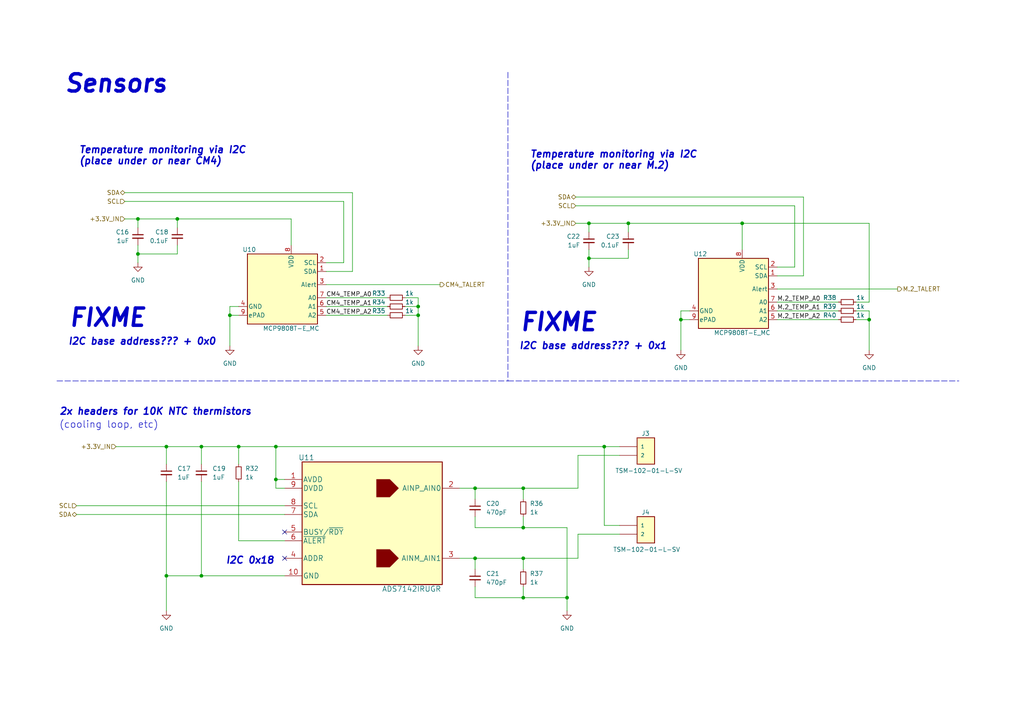
<source format=kicad_sch>
(kicad_sch (version 20211123) (generator eeschema)
  (paper "A4")
  (title_block (date "2022-01-12") (rev "4") (company "Copyright © 2022 Christian Kuhtz") (comment 2 "CERN-OHL-W v2 or later"))
  (lib_symbols
    (symbol "Analog_ADC_TI:ADS7142IRUGR" (pin_names (offset 0.254))
      (property "Reference" "U" (at -19.05 16.51 0))
      (property "Value" "ADS7142IRUGR" (at 11.43 -21.59 0))
      (symbol "ADS7142IRUGR_0_1"
        (polyline (pts (xy 1.27 -10.16) (xy 1.27 -15.24) (xy 5.08 -15.24) (xy 7.62 -12.7) (xy 5.08 -10.16) (xy 1.27 -10.16)) (stroke (width 0.1524)) (fill (type outline)))
        (polyline (pts (xy 1.27 10.16) (xy 1.27 5.08) (xy 5.08 5.08) (xy 7.62 7.62) (xy 5.08 10.16) (xy 1.27 10.16)) (stroke (width 0.1524)) (fill (type outline)))
      )
      (symbol "ADS7142IRUGR_1_1"
        (rectangle (start -20.32 15.24) (end 20.32 -20.32) (stroke (width 0.3)) (fill (type background)))
        (pin power_in line (at -25.4 10.16 0) (length 5.08) (name "AVDD") (number "1"))
        (pin power_in line (at -25.4 -17.78 0) (length 5.08) (name "GND") (number "10"))
        (pin input line (at 25.4 7.62 180) (length 5.08) (name "AINP_AIN0") (number "2"))
        (pin input line (at 25.4 -12.7 180) (length 5.08) (name "AINM_AIN1") (number "3"))
        (pin input line (at -25.4 -12.7 0) (length 5.08) (name "ADDR") (number "4"))
        (pin output line (at -25.4 -5.08 0) (length 5.08) (name "BUSY/~{RDY}") (number "5"))
        (pin output line (at -25.4 -7.62 0) (length 5.08) (name "~{ALERT}") (number "6"))
        (pin bidirectional line (at -25.4 0 0) (length 5.08) (name "SDA") (number "7"))
        (pin input line (at -25.4 2.54 0) (length 5.08) (name "SCL") (number "8"))
        (pin power_in line (at -25.4 7.62 0) (length 5.08) (name "DVDD") (number "9"))
      )
    )
    (symbol "Connector_Header_Samtec:TSM-102-01-L-SV" (pin_numbers hide) (pin_names (offset 1.016))
      (property "Reference" "J" (at -2.54 2.54 0))
      (property "Value" "TSM-102-01-L-SV" (at -8.89 -7.62 0))
      (symbol "TSM-102-01-L-SV_0_0"
        (rectangle (start -2.54 -5.08) (end 2.54 2.54) (stroke (width 0.254)) (fill (type background)))
        (pin passive line (at 7.62 0 180) (length 5.08) (name "1") (number "1"))
        (pin passive line (at 7.62 -2.54 180) (length 5.08) (name "2") (number "2"))
      )
    )
    (symbol "Device:C_Small" (pin_numbers hide) (pin_names (offset 0.254) hide)
      (property "Reference" "C" (at 0.254 1.778 0))
      (property "Value" "C_Small" (at 0.254 -2.032 0))
      (symbol "C_Small_0_1"
        (polyline (pts (xy -1.524 -0.508) (xy 1.524 -0.508)) (stroke (width 0.3302)))
        (polyline (pts (xy -1.524 0.508) (xy 1.524 0.508)) (stroke (width 0.3048)))
      )
      (symbol "C_Small_1_1"
        (pin passive line (at 0 2.54 270) (length 2.032) (name "~") (number "1"))
        (pin passive line (at 0 -2.54 90) (length 2.032) (name "~") (number "2"))
      )
    )
    (symbol "Device:R_Small" (pin_numbers hide) (pin_names (offset 0.254) hide)
      (property "Reference" "R" (at 0.762 0.508 0))
      (property "Value" "R_Small" (at 0.762 -1.016 0))
      (symbol "R_Small_0_1"
        (rectangle (start -0.762 1.778) (end 0.762 -1.778) (stroke (width 0.2032)))
      )
      (symbol "R_Small_1_1"
        (pin passive line (at 0 2.54 270) (length 0.762) (name "~") (number "1"))
        (pin passive line (at 0 -2.54 90) (length 0.762) (name "~") (number "2"))
      )
    )
    (symbol "MCP9808T-E_MC_1" (pin_names (offset 0.254))
      (property "Reference" "U" (at -5.08 12.7 0))
      (property "Value" "MCP9808T-E_MC_1" (at 2.54 -11.43 0))
      (symbol "MCP9808T-E_MC_1_0_1"
        (rectangle (start -7.62 10.16) (end 12.7 -10.16) (stroke (width 0.254)) (fill (type background)))
      )
      (symbol "MCP9808T-E_MC_1_1_1"
        (pin bidirectional line (at -10.16 5.08 0) (length 2.54) (name "SDA") (number "1"))
        (pin input line (at -10.16 7.62 0) (length 2.54) (name "SCL") (number "2"))
        (pin passive line (at -10.16 1.27 0) (length 2.54) (name "Alert") (number "3"))
        (pin power_in line (at 15.24 -5.08 180) (length 2.54) (name "GND") (number "4"))
        (pin input line (at -10.16 -7.62 0) (length 2.54) (name "A2") (number "5"))
        (pin input line (at -10.16 -5.08 0) (length 2.54) (name "A1") (number "6"))
        (pin input line (at -10.16 -2.54 0) (length 2.54) (name "A0") (number "7"))
        (pin power_in line (at 0 12.7 270) (length 2.54) (name "VDD") (number "8"))
        (pin passive line (at 15.24 -7.62 180) (length 2.54) (name "ePAD") (number "9"))
      )
    )
    (symbol "Sensor_I2C_Microchip:MCP9808T-E_MC" (pin_names (offset 0.254))
      (property "Reference" "U" (at -5.08 12.7 0))
      (property "Value" "MCP9808T-E_MC" (at 2.54 -11.43 0))
      (symbol "MCP9808T-E_MC_0_1"
        (rectangle (start -7.62 10.16) (end 12.7 -10.16) (stroke (width 0.254)) (fill (type background)))
      )
      (symbol "MCP9808T-E_MC_1_1"
        (pin bidirectional line (at -10.16 5.08 0) (length 2.54) (name "SDA") (number "1"))
        (pin input line (at -10.16 7.62 0) (length 2.54) (name "SCL") (number "2"))
        (pin passive line (at -10.16 1.27 0) (length 2.54) (name "Alert") (number "3"))
        (pin power_in line (at 15.24 -5.08 180) (length 2.54) (name "GND") (number "4"))
        (pin input line (at -10.16 -7.62 0) (length 2.54) (name "A2") (number "5"))
        (pin input line (at -10.16 -5.08 0) (length 2.54) (name "A1") (number "6"))
        (pin input line (at -10.16 -2.54 0) (length 2.54) (name "A0") (number "7"))
        (pin power_in line (at 0 12.7 270) (length 2.54) (name "VDD") (number "8"))
        (pin passive line (at 15.24 -7.62 180) (length 2.54) (name "ePAD") (number "9"))
      )
    )
    (symbol "power:GND" (power) (pin_names (offset 0))
      (property "Value" "GND" (at 0 -3.81 0))
      (symbol "GND_0_1"
        (polyline (pts (xy 0 0) (xy 0 -1.27) (xy 1.27 -1.27) (xy 0 -2.54) (xy -1.27 -1.27) (xy 0 -1.27)))
      )
      (symbol "GND_1_1"
        (pin power_in line (at 0 0 270) (length 0) hide (name "GND") (number "1"))
      )
    )
  )
  (junction (at 252.095 92.71) (diameter 0.9144))
  (junction (at 69.215 129.54))
  (junction (at 151.765 173.355))
  (junction (at 66.675 91.44))
  (junction (at 40.005 63.5) (diameter 0.9144))
  (junction (at 151.765 141.605))
  (junction (at 48.26 167.005))
  (junction (at 80.01 139.065))
  (junction (at 51.435 63.5) (diameter 0.9144))
  (junction (at 58.42 167.005))
  (junction (at 151.765 161.925))
  (junction (at 170.815 64.77) (diameter 0.9144))
  (junction (at 58.42 129.54))
  (junction (at 215.265 64.77))
  (junction (at 175.26 129.54))
  (junction (at 121.285 88.9) (diameter 0.9144))
  (junction (at 121.285 91.44) (diameter 0.9144))
  (junction (at 170.815 74.93) (diameter 0.9144))
  (junction (at 164.465 173.355))
  (junction (at 137.795 161.925))
  (junction (at 182.245 64.77) (diameter 0.9144))
  (junction (at 48.26 129.54))
  (junction (at 137.795 141.605))
  (junction (at 40.005 73.66) (diameter 0.9144))
  (junction (at 151.765 153.035))
  (junction (at 80.01 129.54))
  (junction (at 197.485 92.71))
  (no_connect (at 82.55 161.925))
  (no_connect (at 82.55 154.305))
  (wire (pts (xy 94.615 86.36) (xy 112.395 86.36)))
  (wire (pts (xy 127.635 82.55) (xy 94.615 82.55)))
  (wire (pts (xy 151.765 173.355) (xy 151.765 170.18)))
  (wire (pts (xy 151.765 165.1) (xy 151.765 161.925)))
  (wire (pts (xy 48.26 129.54) (xy 48.26 134.62)))
  (wire (pts (xy 252.095 90.17) (xy 248.285 90.17)))
  (wire (pts (xy 58.42 167.005) (xy 82.55 167.005)))
  (wire (pts (xy 137.795 141.605) (xy 137.795 144.78)))
  (wire (pts (xy 151.765 144.78) (xy 151.765 141.605)))
  (wire (pts (xy 40.005 63.5) (xy 36.195 63.5)))
  (wire (pts (xy 182.245 64.77) (xy 182.245 67.31)))
  (wire (pts (xy 80.01 139.065) (xy 82.55 139.065)))
  (wire (pts (xy 230.505 77.47) (xy 225.425 77.47)))
  (wire (pts (xy 200.025 92.71) (xy 197.485 92.71)))
  (wire (pts (xy 22.225 149.225) (xy 82.55 149.225)))
  (wire (pts (xy 40.005 71.12) (xy 40.005 73.66)))
  (wire (pts (xy 69.215 91.44) (xy 66.675 91.44)))
  (wire (pts (xy 225.425 92.71) (xy 243.205 92.71)))
  (wire (pts (xy 215.265 64.77) (xy 215.265 72.39)))
  (wire (pts (xy 170.815 64.77) (xy 167.005 64.77)))
  (wire (pts (xy 260.35 83.82) (xy 225.425 83.82)))
  (wire (pts (xy 48.26 139.7) (xy 48.26 167.005)))
  (wire (pts (xy 69.215 134.62) (xy 69.215 129.54)))
  (wire (pts (xy 137.795 161.925) (xy 137.795 165.1)))
  (wire (pts (xy 167.64 141.605) (xy 167.64 132.08)))
  (wire (pts (xy 84.455 63.5) (xy 84.455 71.12)))
  (wire (pts (xy 170.815 64.77) (xy 170.815 67.31)))
  (wire (pts (xy 170.815 74.93) (xy 170.815 77.47)))
  (wire (pts (xy 182.245 64.77) (xy 215.265 64.77)))
  (wire (pts (xy 58.42 129.54) (xy 69.215 129.54)))
  (wire (pts (xy 197.485 92.71) (xy 197.485 101.6)))
  (wire (pts (xy 80.01 129.54) (xy 175.26 129.54)))
  (wire (pts (xy 66.675 91.44) (xy 66.675 100.33)))
  (wire (pts (xy 33.655 129.54) (xy 48.26 129.54)))
  (wire (pts (xy 121.285 88.9) (xy 121.285 91.44)))
  (wire (pts (xy 48.26 167.005) (xy 58.42 167.005)))
  (wire (pts (xy 133.35 161.925) (xy 137.795 161.925)))
  (wire (pts (xy 167.005 59.69) (xy 230.505 59.69)))
  (wire (pts (xy 175.26 129.54) (xy 179.705 129.54)))
  (wire (pts (xy 102.235 78.74) (xy 94.615 78.74)))
  (polyline (pts (xy 147.32 110.49) (xy 278.13 110.49)) (stroke (width 0) (type dash)))
  (wire (pts (xy 137.795 153.035) (xy 151.765 153.035)))
  (wire (pts (xy 40.005 63.5) (xy 40.005 66.04)))
  (wire (pts (xy 121.285 86.36) (xy 121.285 88.9)))
  (wire (pts (xy 66.675 88.9) (xy 66.675 91.44)))
  (wire (pts (xy 230.505 59.69) (xy 230.505 77.47)))
  (wire (pts (xy 179.705 152.4) (xy 175.26 152.4)))
  (wire (pts (xy 69.215 139.7) (xy 69.215 156.845)))
  (wire (pts (xy 80.01 139.065) (xy 80.01 141.605)))
  (wire (pts (xy 36.195 55.88) (xy 102.235 55.88)))
  (wire (pts (xy 51.435 63.5) (xy 51.435 66.04)))
  (wire (pts (xy 121.285 88.9) (xy 117.475 88.9)))
  (wire (pts (xy 233.045 80.01) (xy 225.425 80.01)))
  (wire (pts (xy 58.42 139.7) (xy 58.42 167.005)))
  (wire (pts (xy 99.695 76.2) (xy 94.615 76.2)))
  (wire (pts (xy 51.435 73.66) (xy 51.435 71.12)))
  (wire (pts (xy 167.005 57.15) (xy 233.045 57.15)))
  (wire (pts (xy 58.42 129.54) (xy 58.42 134.62)))
  (polyline (pts (xy 147.32 20.955) (xy 147.32 110.49)))
  (wire (pts (xy 51.435 63.5) (xy 40.005 63.5)))
  (wire (pts (xy 151.765 161.925) (xy 167.64 161.925)))
  (wire (pts (xy 164.465 153.035) (xy 164.465 173.355)))
  (wire (pts (xy 252.095 87.63) (xy 252.095 64.77)))
  (wire (pts (xy 151.765 161.925) (xy 137.795 161.925)))
  (wire (pts (xy 137.795 149.86) (xy 137.795 153.035)))
  (wire (pts (xy 225.425 90.17) (xy 243.205 90.17)))
  (wire (pts (xy 200.025 90.17) (xy 197.485 90.17)))
  (wire (pts (xy 94.615 91.44) (xy 112.395 91.44)))
  (wire (pts (xy 252.095 87.63) (xy 248.285 87.63)))
  (wire (pts (xy 69.215 129.54) (xy 80.01 129.54)))
  (wire (pts (xy 99.695 58.42) (xy 99.695 76.2)))
  (wire (pts (xy 80.01 139.065) (xy 80.01 129.54)))
  (wire (pts (xy 252.095 92.71) (xy 252.095 101.6)))
  (wire (pts (xy 48.26 129.54) (xy 58.42 129.54)))
  (wire (pts (xy 48.26 177.165) (xy 48.26 167.005)))
  (wire (pts (xy 151.765 141.605) (xy 167.64 141.605)))
  (wire (pts (xy 121.285 91.44) (xy 121.285 100.33)))
  (wire (pts (xy 182.245 74.93) (xy 170.815 74.93)))
  (wire (pts (xy 69.215 156.845) (xy 82.55 156.845)))
  (wire (pts (xy 151.765 153.035) (xy 164.465 153.035)))
  (wire (pts (xy 197.485 90.17) (xy 197.485 92.71)))
  (wire (pts (xy 233.045 57.15) (xy 233.045 80.01)))
  (wire (pts (xy 102.235 55.88) (xy 102.235 78.74)))
  (wire (pts (xy 51.435 73.66) (xy 40.005 73.66)))
  (wire (pts (xy 252.095 90.17) (xy 252.095 92.71)))
  (wire (pts (xy 164.465 173.355) (xy 164.465 177.165)))
  (wire (pts (xy 51.435 63.5) (xy 84.455 63.5)))
  (wire (pts (xy 137.795 173.355) (xy 151.765 173.355)))
  (wire (pts (xy 40.005 73.66) (xy 40.005 76.2)))
  (wire (pts (xy 36.195 58.42) (xy 99.695 58.42)))
  (wire (pts (xy 133.35 141.605) (xy 137.795 141.605)))
  (wire (pts (xy 151.765 173.355) (xy 164.465 173.355)))
  (wire (pts (xy 151.765 141.605) (xy 137.795 141.605)))
  (wire (pts (xy 22.225 146.685) (xy 82.55 146.685)))
  (wire (pts (xy 182.245 64.77) (xy 170.815 64.77)))
  (wire (pts (xy 167.64 161.925) (xy 167.64 154.94)))
  (polyline (pts (xy 16.51 110.49) (xy 147.32 110.49)) (stroke (width 0) (type dash)))
  (wire (pts (xy 167.64 154.94) (xy 179.705 154.94)))
  (wire (pts (xy 94.615 88.9) (xy 112.395 88.9)))
  (wire (pts (xy 151.765 153.035) (xy 151.765 149.86)))
  (wire (pts (xy 225.425 87.63) (xy 243.205 87.63)))
  (wire (pts (xy 182.245 74.93) (xy 182.245 72.39)))
  (wire (pts (xy 121.285 91.44) (xy 117.475 91.44)))
  (wire (pts (xy 167.64 132.08) (xy 179.705 132.08)))
  (wire (pts (xy 137.795 170.18) (xy 137.795 173.355)))
  (wire (pts (xy 252.095 92.71) (xy 248.285 92.71)))
  (wire (pts (xy 252.095 64.77) (xy 215.265 64.77)))
  (wire (pts (xy 69.215 88.9) (xy 66.675 88.9)))
  (wire (pts (xy 80.01 141.605) (xy 82.55 141.605)))
  (wire (pts (xy 170.815 72.39) (xy 170.815 74.93)))
  (wire (pts (xy 175.26 129.54) (xy 175.26 152.4)))
  (wire (pts (xy 121.285 86.36) (xy 117.475 86.36)))
  (text "Temperature monitoring via I2C\n(place under or near M.2)" (at 153.67 49.276 0) (effects (font (size 2 2) (thickness 0.4) bold italic) (justify left bottom)))
  (text "I2C base address??? + 0x0" (at 19.685 100.33 0) (effects (font (size 2 2) (thickness 0.4) bold italic) (justify left bottom)))
  (text "FIXME" (at 150.495 96.52 0) (effects (font (size 5 5) (thickness 1) bold italic) (justify left bottom)))
  (text "I2C base address??? + 0x1" (at 150.495 101.6 0) (effects (font (size 2 2) (thickness 0.4) bold italic) (justify left bottom)))
  (text "Sensors" (at 18.415 27.305 0) (effects (font (size 5 5) (thickness 1) bold italic) (justify left bottom)))
  (text "I2C 0x18" (at 65.405 163.83 0) (effects (font (size 2 2) (thickness 0.4) bold italic) (justify left bottom)))
  (text "(cooling loop, etc)" (at 17.145 124.46 0) (effects (font (size 2 2)) (justify left bottom)))
  (text "2x headers for 10K NTC thermistors" (at 17.145 120.65 0) (effects (font (size 2 2) (thickness 0.4) bold italic) (justify left bottom)))
  (text "Temperature monitoring via I2C\n(place under or near CM4)" (at 22.86 48.006 0) (effects (font (size 2 2) (thickness 0.4) bold italic) (justify left bottom)))
  (text "FIXME" (at 19.685 95.25 0) (effects (font (size 5 5) (thickness 1) bold italic) (justify left bottom)))
  (label "M.2_TEMP_A1" (at 225.425 90.17 0))
  (label "M.2_TEMP_A0" (at 225.425 87.63 0))
  (label "CM4_TEMP_A1" (at 94.615 88.9 0))
  (label "M.2_TEMP_A2" (at 225.425 92.71 0))
  (label "CM4_TEMP_A2" (at 94.615 91.44 0))
  (label "CM4_TEMP_A0" (at 94.615 86.36 0))
  (hierarchical_label "SDA" (shape bidirectional) (at 167.005 57.15 180))
  (hierarchical_label "SCL" (shape input) (at 22.225 146.685 180))
  (hierarchical_label "CM4_TALERT" (shape output) (at 127.635 82.55 0))
  (hierarchical_label "SCL" (shape input) (at 167.005 59.69 180))
  (hierarchical_label "M.2_TALERT" (shape output) (at 260.35 83.82 0))
  (hierarchical_label "+3.3V_IN" (shape input) (at 33.655 129.54 180))
  (hierarchical_label "SDA" (shape bidirectional) (at 22.225 149.225 180))
  (hierarchical_label "SCL" (shape input) (at 36.195 58.42 180))
  (hierarchical_label "+3.3V_IN" (shape input) (at 167.005 64.77 180))
  (hierarchical_label "SDA" (shape bidirectional) (at 36.195 55.88 180))
  (hierarchical_label "+3.3V_IN" (shape input) (at 36.195 63.5 180))
  (symbol (lib_id "Device:C_Small") (at 137.795 147.32 0) (unit 1)
    (property "Reference" "C20" (at 140.97 146.0562 0) (effects (justify left)))
    (property "Value" "470pF" (at 140.97 148.5962 0) (effects (justify left)))
    (property "Footprint" "Capacitor_SMD:C_0402_1005Metric" (effects hide))
  )
  (symbol (lib_id "Sensor_I2C_Microchip:MCP9808T-E_MC") (at 215.265 85.09 0) (mirror y) (unit 1)
    (property "Reference" "U12" (at 205.105 73.66 0) (effects (justify left)))
    (property "Value" "MCP9808T-E_MC" (at 215.265 96.52 0))
    (property "Footprint" "Sensor_I2C_Microchip:MCP9808T-E&slash_MC" (effects hide))
  )
  (symbol (lib_id "power:GND") (at 121.285 100.33 0) (unit 1)
    (property "Reference" "#PWR029" (effects hide))
    (property "Value" "GND" (at 121.285 105.41 0))
  )
  (symbol (lib_id "Device:R_Small") (at 151.765 147.32 0) (unit 1)
    (property "Reference" "R36" (at 153.67 146.0499 0) (effects (justify left)))
    (property "Value" "1k" (at 153.67 148.5899 0) (effects (justify left)))
    (property "Footprint" "Resistor_SMD:R_0402_1005Metric" (effects hide))
  )
  (symbol (lib_id "power:GND") (at 197.485 101.6 0) (mirror y) (unit 1)
    (property "Reference" "#PWR032" (effects hide))
    (property "Value" "GND" (at 197.485 106.68 0))
  )
  (symbol (lib_id "Device:C_Small") (at 51.435 68.58 0) (mirror y) (unit 1)
    (property "Reference" "C18" (at 48.895 67.31 0) (effects (justify left)))
    (property "Value" "0.1uF" (at 48.895 69.85 0) (effects (justify left)))
    (property "Footprint" "Capacitor_SMD:C_0402_1005Metric" (effects hide))
  )
  (symbol (lib_id "Connector_Header_Samtec:TSM-102-01-L-SV") (at 187.325 129.54 0) (mirror y) (unit 1)
    (property "Reference" "J3" (at 186.055 125.73 0) (effects (justify right)))
    (property "Value" "TSM-102-01-L-SV" (at 178.435 136.525 0) (effects (justify right)))
    (property "Footprint" "Connector_Header_Samtec:SAMTEC_TSM-102-01-L-SV" (effects hide))
    (property "Manufacturer" "Samtec" (effects hide))
    (property "MPN" "TSM-102-01-L-SV" (effects hide))
  )
  (symbol (lib_name "MCP9808T-E_MC_1") (lib_id "Sensor_I2C_Microchip:MCP9808T-E_MC") (at 84.455 83.82 0) (mirror y) (unit 1)
    (property "Reference" "U10" (at 74.295 72.39 0) (effects (justify left)))
    (property "Value" "MCP9808T-E_MC" (at 84.455 95.25 0))
    (property "Footprint" "Sensor_I2C_Microchip:MCP9808T-E&slash_MC" (effects hide))
  )
  (symbol (lib_id "Analog_ADC_TI:ADS7142IRUGR") (at 107.95 149.225 0) (unit 1)
    (property "Reference" "U11" (at 88.9 132.715 0) (effects (font (size 1.524 1.524))))
    (property "Value" "ADS7142IRUGR" (at 119.38 170.815 0) (effects (font (size 1.524 1.524))))
    (property "Footprint" "Analog_ADC_TI:ADS7142IRUGR" (effects hide))
    (property "Manufacturer" "TI" (effects hide))
    (property "MPN" "ADS7142IRUGR" (effects hide))
  )
  (symbol (lib_id "Device:C_Small") (at 182.245 69.85 0) (mirror y) (unit 1)
    (property "Reference" "C23" (at 179.705 68.58 0) (effects (justify left)))
    (property "Value" "0.1uF" (at 179.705 71.12 0) (effects (justify left)))
    (property "Footprint" "Capacitor_SMD:C_0402_1005Metric" (effects hide))
  )
  (symbol (lib_id "power:GND") (at 40.005 76.2 0) (mirror y) (unit 1)
    (property "Reference" "#PWR026" (effects hide))
    (property "Value" "GND" (at 40.005 81.28 0))
  )
  (symbol (lib_id "Connector_Header_Samtec:TSM-102-01-L-SV") (at 187.325 152.4 0) (mirror y) (unit 1)
    (property "Reference" "J4" (at 186.055 148.59 0) (effects (justify right)))
    (property "Value" "TSM-102-01-L-SV" (at 177.8 159.385 0) (effects (justify right)))
    (property "Footprint" "Connector_Header_Samtec:SAMTEC_TSM-102-01-L-SV" (effects hide))
    (property "Manufacturer" "Samtec" (effects hide))
    (property "MPN" "TSM-102-01-L-SV" (effects hide))
  )
  (symbol (lib_id "Device:R_Small") (at 245.745 90.17 90) (unit 1)
    (property "Reference" "R39" (at 240.665 88.9 90))
    (property "Value" "1k" (at 249.555 88.9 90))
    (property "Footprint" "Resistor_SMD:R_0402_1005Metric" (effects hide))
  )
  (symbol (lib_id "Device:R_Small") (at 245.745 92.71 90) (unit 1)
    (property "Reference" "R40" (at 240.665 91.44 90))
    (property "Value" "1k" (at 249.555 91.44 90))
    (property "Footprint" "Resistor_SMD:R_0402_1005Metric" (effects hide))
  )
  (symbol (lib_id "power:GND") (at 170.815 77.47 0) (mirror y) (unit 1)
    (property "Reference" "#PWR031" (effects hide))
    (property "Value" "GND" (at 170.815 82.55 0))
  )
  (symbol (lib_id "Device:R_Small") (at 114.935 86.36 90) (unit 1)
    (property "Reference" "R33" (at 109.855 85.09 90))
    (property "Value" "1k" (at 118.745 85.09 90))
    (property "Footprint" "Resistor_SMD:R_0402_1005Metric" (effects hide))
  )
  (symbol (lib_id "power:GND") (at 252.095 101.6 0) (mirror y) (unit 1)
    (property "Reference" "#PWR033" (effects hide))
    (property "Value" "GND" (at 252.095 106.68 0))
  )
  (symbol (lib_id "Device:C_Small") (at 137.795 167.64 0) (unit 1)
    (property "Reference" "C21" (at 140.97 166.3762 0) (effects (justify left)))
    (property "Value" "470pF" (at 140.97 168.9162 0) (effects (justify left)))
    (property "Footprint" "Capacitor_SMD:C_0402_1005Metric" (effects hide))
  )
  (symbol (lib_id "Device:C_Small") (at 48.26 137.16 0) (unit 1)
    (property "Reference" "C17" (at 51.435 135.8962 0) (effects (justify left)))
    (property "Value" "1uF" (at 51.435 138.4362 0) (effects (justify left)))
    (property "Footprint" "Capacitor_SMD:C_0402_1005Metric" (effects hide))
  )
  (symbol (lib_id "Device:R_Small") (at 245.745 87.63 90) (unit 1)
    (property "Reference" "R38" (at 240.665 86.36 90))
    (property "Value" "1k" (at 249.555 86.36 90))
    (property "Footprint" "Resistor_SMD:R_0402_1005Metric" (effects hide))
  )
  (symbol (lib_id "Device:R_Small") (at 151.765 167.64 0) (unit 1)
    (property "Reference" "R37" (at 153.67 166.3699 0) (effects (justify left)))
    (property "Value" "1k" (at 153.67 168.9099 0) (effects (justify left)))
    (property "Footprint" "Resistor_SMD:R_0402_1005Metric" (effects hide))
  )
  (symbol (lib_id "power:GND") (at 164.465 177.165 0) (unit 1)
    (property "Reference" "#PWR030" (effects hide))
    (property "Value" "GND" (at 164.465 182.245 0))
  )
  (symbol (lib_id "Device:R_Small") (at 69.215 137.16 0) (unit 1)
    (property "Reference" "R32" (at 71.12 135.8899 0) (effects (justify left)))
    (property "Value" "1k" (at 71.12 138.4299 0) (effects (justify left)))
    (property "Footprint" "Resistor_SMD:R_0402_1005Metric" (effects hide))
  )
  (symbol (lib_id "power:GND") (at 48.26 177.165 0) (unit 1)
    (property "Reference" "#PWR027" (effects hide))
    (property "Value" "GND" (at 48.26 182.245 0))
  )
  (symbol (lib_id "Device:R_Small") (at 114.935 91.44 90) (unit 1)
    (property "Reference" "R35" (at 109.855 90.17 90))
    (property "Value" "1k" (at 118.745 90.17 90))
    (property "Footprint" "Resistor_SMD:R_0402_1005Metric" (effects hide))
  )
  (symbol (lib_id "Device:C_Small") (at 40.005 68.58 0) (mirror y) (unit 1)
    (property "Reference" "C16" (at 37.465 67.31 0) (effects (justify left)))
    (property "Value" "1uF" (at 37.465 69.85 0) (effects (justify left)))
    (property "Footprint" "Capacitor_SMD:C_0402_1005Metric" (effects hide))
  )
  (symbol (lib_id "Device:C_Small") (at 170.815 69.85 0) (mirror y) (unit 1)
    (property "Reference" "C22" (at 168.275 68.58 0) (effects (justify left)))
    (property "Value" "1uF" (at 168.275 71.12 0) (effects (justify left)))
    (property "Footprint" "Capacitor_SMD:C_0402_1005Metric" (effects hide))
  )
  (symbol (lib_id "Device:C_Small") (at 58.42 137.16 0) (unit 1)
    (property "Reference" "C19" (at 61.595 135.8962 0) (effects (justify left)))
    (property "Value" "1uF" (at 61.595 138.4362 0) (effects (justify left)))
    (property "Footprint" "Capacitor_SMD:C_0402_1005Metric" (effects hide))
  )
  (symbol (lib_id "power:GND") (at 66.675 100.33 0) (unit 1)
    (property "Reference" "#PWR028" (effects hide))
    (property "Value" "GND" (at 66.675 105.41 0))
  )
  (symbol (lib_id "Device:R_Small") (at 114.935 88.9 90) (unit 1)
    (property "Reference" "R34" (at 109.855 87.63 90))
    (property "Value" "1k" (at 118.745 87.63 90))
    (property "Footprint" "Resistor_SMD:R_0402_1005Metric" (effects hide))
  )
)
</source>
